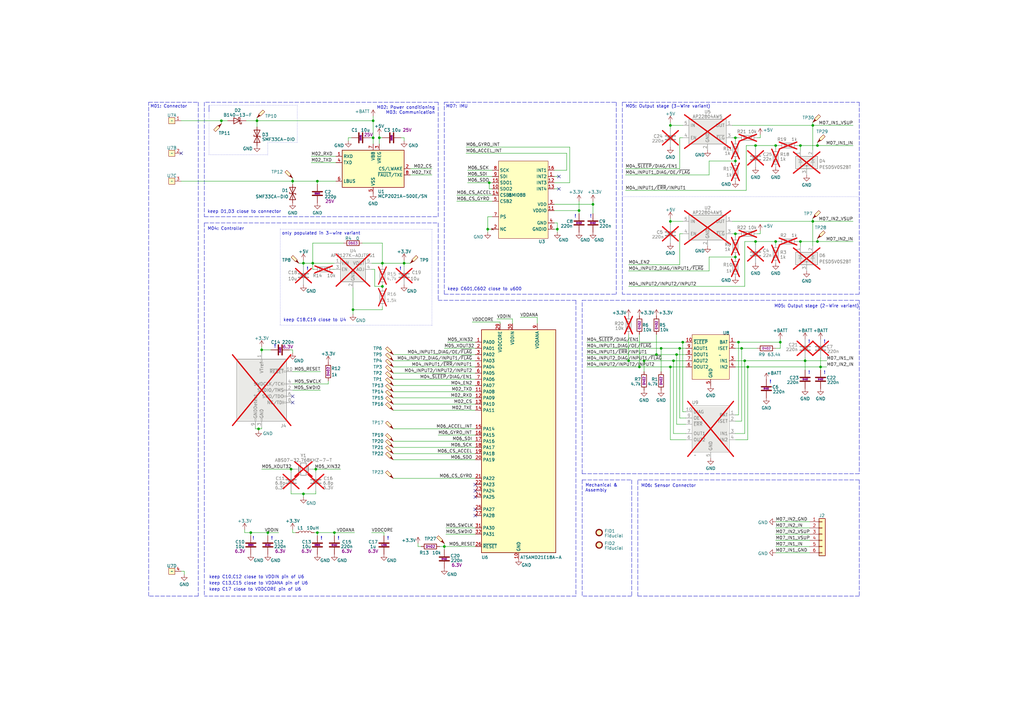
<source format=kicad_sch>
(kicad_sch (version 20230121) (generator eeschema)
  (paper "A3")
  (junction (at 320.04 140.335))
  (junction (at 277.495 145.415))
  (junction (at 304.165 142.875))
  (junction (at 144.78 127))
  (junction (at 276.225 147.955))
  (junction (at 336.55 150.495))
  (junction (at 301.625 56.515))
  (junction (at 335.28 99.06))
  (junction (at 318.135 59.69))
  (junction (at 90.805 49.53))
  (junction (at 328.295 59.69))
  (junction (at 200.66 74.93))
  (junction (at 105.41 49.53))
  (junction (at 269.24 145.415))
  (junction (at 318.135 99.06))
  (junction (at 120.015 74.295))
  (junction (at 257.81 147.955))
  (junction (at 237.49 86.36))
  (junction (at 333.375 90.805))
  (junction (at 130.175 218.44))
  (junction (at 278.765 142.875))
  (junction (at 301.625 105.41))
  (junction (at 333.375 51.435))
  (junction (at 182.245 224.155))
  (junction (at 156.845 117.475))
  (junction (at 153.035 56.515))
  (junction (at 102.87 218.44))
  (junction (at 274.955 90.805))
  (junction (at 243.205 83.82))
  (junction (at 328.295 99.06))
  (junction (at 301.625 66.04))
  (junction (at 280.035 140.335))
  (junction (at 302.895 140.335))
  (junction (at 165.735 107.95))
  (junction (at 106.045 175.895))
  (junction (at 330.2 147.955))
  (junction (at 107.315 143.51))
  (junction (at 274.955 51.435))
  (junction (at 124.46 202.565))
  (junction (at 124.46 107.95))
  (junction (at 306.705 150.495))
  (junction (at 129.54 192.405))
  (junction (at 309.88 99.06))
  (junction (at 153.035 49.53))
  (junction (at 128.27 107.95))
  (junction (at 156.845 107.95))
  (junction (at 271.145 142.875))
  (junction (at 155.575 56.515))
  (junction (at 274.955 150.495))
  (junction (at 309.88 59.69))
  (junction (at 109.855 218.44))
  (junction (at 200.025 93.98))
  (junction (at 301.625 95.885))
  (junction (at 130.175 74.295))
  (junction (at 305.435 147.955))
  (junction (at 262.255 150.495))
  (junction (at 335.28 59.69))
  (junction (at 119.38 192.405))
  (junction (at 137.16 218.44))
  (junction (at 228.6 93.98))
  (junction (at 264.16 147.955))
  (no_connect (at 194.945 208.915))
  (no_connect (at 74.295 62.865))
  (no_connect (at 120.015 165.1))
  (no_connect (at 229.235 72.39))
  (no_connect (at 229.235 77.47))
  (no_connect (at 194.945 203.835))
  (no_connect (at 120.015 162.56))
  (no_connect (at 194.945 201.295))
  (no_connect (at 194.945 211.455))
  (no_connect (at 194.945 198.755))
  (wire (pts (xy 301.625 95.885) (xy 302.895 95.885)))
  (wire (pts (xy 136.525 110.49) (xy 137.16 110.49)))
  (wire (pts (xy 336.55 146.685) (xy 336.55 150.495)))
  (wire (pts (xy 182.245 222.885) (xy 182.245 224.155)))
  (wire (pts (xy 328.295 59.69) (xy 328.295 61.595)))
  (wire (pts (xy 274.955 90.805) (xy 280.035 90.805)))
  (polyline (pts (xy 121.92 43.18) (xy 85.725 43.18)) (stroke (width 0) (type dot)))
  (polyline (pts (xy 182.245 120.65) (xy 252.73 120.65)) (stroke (width 0) (type dash)))
  (polyline (pts (xy 238.76 196.85) (xy 259.08 196.85)) (stroke (width 0) (type dash)))
  (wire (pts (xy 107.315 175.26) (xy 107.315 175.895)))
  (polyline (pts (xy 85.725 45.72) (xy 85.725 63.5)) (stroke (width 0) (type dot)))
  (wire (pts (xy 74.295 234.315) (xy 75.565 234.315)))
  (wire (pts (xy 161.29 158.115) (xy 194.945 158.115)))
  (wire (pts (xy 129.54 192.405) (xy 139.7 192.405)))
  (polyline (pts (xy 210.82 244.475) (xy 83.82 244.475)) (stroke (width 0) (type dash)))
  (wire (pts (xy 102.87 218.44) (xy 102.87 219.71)))
  (wire (pts (xy 128.27 192.405) (xy 129.54 192.405)))
  (wire (pts (xy 187.325 80.01) (xy 201.93 80.01)))
  (wire (pts (xy 301.625 66.04) (xy 301.625 66.675)))
  (wire (pts (xy 328.295 99.06) (xy 328.295 100.965)))
  (wire (pts (xy 109.855 218.44) (xy 109.855 219.71)))
  (wire (pts (xy 129.54 201.295) (xy 129.54 202.565)))
  (wire (pts (xy 161.29 168.275) (xy 194.945 168.275)))
  (wire (pts (xy 155.575 59.055) (xy 155.575 56.515)))
  (wire (pts (xy 333.375 51.435) (xy 333.375 61.595)))
  (wire (pts (xy 336.55 150.495) (xy 336.55 151.765)))
  (wire (pts (xy 257.81 111.125) (xy 290.83 111.125)))
  (wire (pts (xy 243.205 83.82) (xy 243.205 87.63)))
  (wire (pts (xy 165.735 107.95) (xy 165.735 109.22)))
  (polyline (pts (xy 259.08 196.85) (xy 259.08 244.475)) (stroke (width 0) (type dash)))
  (wire (pts (xy 301.625 172.72) (xy 304.165 172.72)))
  (wire (pts (xy 257.81 108.585) (xy 278.765 108.585)))
  (polyline (pts (xy 182.245 41.91) (xy 252.73 41.91)) (stroke (width 0) (type dash)))
  (wire (pts (xy 155.575 56.515) (xy 156.845 56.515)))
  (wire (pts (xy 300.355 95.885) (xy 301.625 95.885)))
  (wire (pts (xy 333.375 90.805) (xy 349.885 90.805)))
  (wire (pts (xy 156.845 99.695) (xy 156.845 107.95)))
  (wire (pts (xy 301.625 150.495) (xy 306.705 150.495)))
  (wire (pts (xy 310.515 142.875) (xy 304.165 142.875)))
  (wire (pts (xy 330.2 147.955) (xy 339.09 147.955)))
  (wire (pts (xy 90.805 49.53) (xy 93.345 49.53)))
  (wire (pts (xy 153.035 49.53) (xy 153.035 56.515)))
  (wire (pts (xy 161.29 150.495) (xy 194.945 150.495)))
  (polyline (pts (xy 236.22 244.475) (xy 210.82 244.475)) (stroke (width 0) (type dash)))
  (wire (pts (xy 278.765 56.515) (xy 278.765 69.215)))
  (wire (pts (xy 227.33 83.82) (xy 243.205 83.82)))
  (wire (pts (xy 182.88 216.535) (xy 194.945 216.535)))
  (wire (pts (xy 104.775 175.26) (xy 104.775 175.895)))
  (wire (pts (xy 180.34 224.155) (xy 182.245 224.155)))
  (wire (pts (xy 311.785 55.245) (xy 311.785 56.515)))
  (wire (pts (xy 200.66 74.93) (xy 201.93 74.93)))
  (wire (pts (xy 320.04 139.065) (xy 320.04 140.335)))
  (polyline (pts (xy 352.425 120.65) (xy 255.27 120.65)) (stroke (width 0) (type dash)))
  (wire (pts (xy 200.025 93.98) (xy 200.025 95.25)))
  (wire (pts (xy 120.015 157.48) (xy 134.62 157.48)))
  (wire (pts (xy 335.28 59.69) (xy 349.885 59.69)))
  (wire (pts (xy 200.025 88.9) (xy 200.025 93.98)))
  (wire (pts (xy 120.015 152.4) (xy 131.445 152.4)))
  (wire (pts (xy 276.225 147.955) (xy 264.16 147.955)))
  (wire (pts (xy 330.2 147.955) (xy 330.2 151.765)))
  (wire (pts (xy 240.665 140.335) (xy 280.035 140.335)))
  (wire (pts (xy 301.625 66.04) (xy 290.83 66.04)))
  (wire (pts (xy 128.27 107.95) (xy 128.27 110.49)))
  (wire (pts (xy 90.805 50.8) (xy 90.805 49.53)))
  (wire (pts (xy 119.38 192.405) (xy 119.38 193.675)))
  (wire (pts (xy 201.93 77.47) (xy 200.66 77.47)))
  (wire (pts (xy 156.845 125.73) (xy 156.845 127)))
  (wire (pts (xy 104.775 175.895) (xy 106.045 175.895)))
  (wire (pts (xy 182.88 219.075) (xy 194.945 219.075)))
  (wire (pts (xy 318.135 221.615) (xy 332.105 221.615)))
  (wire (pts (xy 161.29 153.035) (xy 194.945 153.035)))
  (wire (pts (xy 302.895 140.335) (xy 302.895 170.18)))
  (wire (pts (xy 309.88 59.69) (xy 318.135 59.69)))
  (wire (pts (xy 191.77 69.85) (xy 201.93 69.85)))
  (wire (pts (xy 300.355 90.805) (xy 333.375 90.805)))
  (wire (pts (xy 121.285 218.44) (xy 120.015 218.44)))
  (wire (pts (xy 278.765 56.515) (xy 280.035 56.515)))
  (wire (pts (xy 274.955 52.705) (xy 274.955 51.435)))
  (wire (pts (xy 122.555 107.95) (xy 124.46 107.95)))
  (wire (pts (xy 156.845 107.95) (xy 165.735 107.95)))
  (wire (pts (xy 301.625 147.955) (xy 305.435 147.955)))
  (wire (pts (xy 144.78 127) (xy 144.78 128.905)))
  (polyline (pts (xy 261.62 196.85) (xy 352.425 196.85)) (stroke (width 0) (type dash)))
  (polyline (pts (xy 255.27 41.91) (xy 255.27 120.65)) (stroke (width 0) (type dash)))
  (wire (pts (xy 171.45 224.155) (xy 172.72 224.155)))
  (wire (pts (xy 301.625 56.515) (xy 301.625 57.785)))
  (polyline (pts (xy 177.165 93.98) (xy 114.935 93.98)) (stroke (width 0) (type dot)))
  (wire (pts (xy 161.29 155.575) (xy 194.945 155.575)))
  (wire (pts (xy 301.625 105.41) (xy 290.83 105.41)))
  (polyline (pts (xy 238.76 196.85) (xy 238.76 244.475)) (stroke (width 0) (type dash)))
  (wire (pts (xy 128.905 110.49) (xy 128.27 110.49)))
  (wire (pts (xy 161.29 145.415) (xy 194.945 145.415)))
  (wire (pts (xy 100.33 218.44) (xy 102.87 218.44)))
  (wire (pts (xy 201.93 88.9) (xy 200.025 88.9)))
  (wire (pts (xy 310.515 56.515) (xy 311.785 56.515)))
  (polyline (pts (xy 255.27 41.91) (xy 352.425 41.91)) (stroke (width 0) (type dash)))
  (wire (pts (xy 300.355 51.435) (xy 333.375 51.435)))
  (polyline (pts (xy 352.425 41.91) (xy 352.425 120.65)) (stroke (width 0) (type dash)))
  (wire (pts (xy 128.27 99.695) (xy 128.27 107.95)))
  (wire (pts (xy 161.29 183.515) (xy 194.945 183.515)))
  (wire (pts (xy 75.565 234.315) (xy 75.565 235.585)))
  (wire (pts (xy 120.015 217.17) (xy 120.015 218.44)))
  (wire (pts (xy 228.6 93.98) (xy 228.6 95.25)))
  (wire (pts (xy 161.29 188.595) (xy 194.945 188.595)))
  (wire (pts (xy 227.33 86.36) (xy 237.49 86.36)))
  (wire (pts (xy 306.705 180.34) (xy 306.705 150.495)))
  (wire (pts (xy 281.305 171.45) (xy 278.765 171.45)))
  (wire (pts (xy 227.33 72.39) (xy 229.235 72.39)))
  (polyline (pts (xy 85.725 45.72) (xy 85.725 45.72)))
  (polyline (pts (xy 83.82 91.44) (xy 83.82 244.475)) (stroke (width 0) (type dash)))
  (wire (pts (xy 305.435 99.06) (xy 305.435 117.475)))
  (polyline (pts (xy 83.82 91.44) (xy 179.705 91.44)) (stroke (width 0) (type dash)))
  (wire (pts (xy 256.54 69.215) (xy 278.765 69.215)))
  (wire (pts (xy 137.16 219.71) (xy 137.16 218.44)))
  (wire (pts (xy 262.255 150.495) (xy 262.255 137.16)))
  (wire (pts (xy 301.625 65.405) (xy 301.625 66.04)))
  (polyline (pts (xy 83.82 41.91) (xy 83.82 88.9)) (stroke (width 0) (type dash)))
  (wire (pts (xy 153.035 49.53) (xy 153.035 47.625)))
  (wire (pts (xy 130.175 74.295) (xy 137.795 74.295)))
  (wire (pts (xy 107.315 142.24) (xy 107.315 143.51)))
  (polyline (pts (xy 114.935 133.35) (xy 177.165 133.35)) (stroke (width 0) (type dot)))
  (wire (pts (xy 130.175 218.44) (xy 130.175 219.71)))
  (wire (pts (xy 327.025 99.06) (xy 328.295 99.06)))
  (wire (pts (xy 274.955 180.34) (xy 274.955 150.495)))
  (wire (pts (xy 182.245 224.155) (xy 194.945 224.155)))
  (wire (pts (xy 309.88 99.06) (xy 305.435 99.06)))
  (polyline (pts (xy 85.725 43.18) (xy 85.725 45.72)))
  (wire (pts (xy 257.81 137.16) (xy 257.81 147.955)))
  (wire (pts (xy 156.845 107.95) (xy 156.845 109.22)))
  (wire (pts (xy 335.28 58.42) (xy 335.28 59.69)))
  (polyline (pts (xy 261.62 244.475) (xy 261.62 196.85)) (stroke (width 0) (type dash)))
  (wire (pts (xy 191.135 60.325) (xy 233.68 60.325)))
  (wire (pts (xy 274.955 92.075) (xy 274.955 90.805)))
  (wire (pts (xy 187.325 82.55) (xy 201.93 82.55)))
  (wire (pts (xy 161.29 165.735) (xy 194.945 165.735)))
  (wire (pts (xy 152.4 107.95) (xy 156.845 107.95)))
  (polyline (pts (xy 179.705 88.9) (xy 179.705 41.91)) (stroke (width 0) (type dash)))
  (wire (pts (xy 278.765 95.885) (xy 278.765 108.585)))
  (wire (pts (xy 301.625 95.885) (xy 301.625 97.155)))
  (wire (pts (xy 274.955 50.165) (xy 274.955 51.435)))
  (wire (pts (xy 277.495 145.415) (xy 269.24 145.415)))
  (wire (pts (xy 205.105 132.715) (xy 205.105 132.08)))
  (polyline (pts (xy 252.73 41.91) (xy 252.73 120.65)) (stroke (width 0) (type dash)))
  (wire (pts (xy 301.625 142.875) (xy 304.165 142.875)))
  (polyline (pts (xy 60.96 41.91) (xy 81.28 41.91)) (stroke (width 0) (type dash)))
  (polyline (pts (xy 109.855 58.42) (xy 121.92 58.42)) (stroke (width 0) (type dot)))
  (wire (pts (xy 301.625 180.34) (xy 306.705 180.34)))
  (wire (pts (xy 182.245 224.155) (xy 182.245 225.425)))
  (wire (pts (xy 129.54 192.405) (xy 129.54 193.675)))
  (wire (pts (xy 165.735 106.68) (xy 165.735 107.95)))
  (wire (pts (xy 106.045 175.895) (xy 106.045 176.53)))
  (wire (pts (xy 124.46 202.565) (xy 119.38 202.565)))
  (wire (pts (xy 264.16 147.955) (xy 264.16 152.4)))
  (wire (pts (xy 153.67 117.475) (xy 156.845 117.475)))
  (wire (pts (xy 318.135 224.155) (xy 332.105 224.155)))
  (wire (pts (xy 278.765 95.885) (xy 280.035 95.885)))
  (wire (pts (xy 281.305 173.99) (xy 277.495 173.99)))
  (wire (pts (xy 165.735 56.515) (xy 165.735 57.785)))
  (wire (pts (xy 301.625 56.515) (xy 302.895 56.515)))
  (wire (pts (xy 333.375 50.165) (xy 333.375 51.435)))
  (wire (pts (xy 274.955 51.435) (xy 280.035 51.435)))
  (wire (pts (xy 269.24 145.415) (xy 269.24 137.16)))
  (wire (pts (xy 301.625 177.8) (xy 305.435 177.8)))
  (wire (pts (xy 310.515 95.885) (xy 311.785 95.885)))
  (wire (pts (xy 151.765 56.515) (xy 153.035 56.515)))
  (wire (pts (xy 333.375 51.435) (xy 349.885 51.435)))
  (wire (pts (xy 191.135 62.865) (xy 232.41 62.865)))
  (wire (pts (xy 140.97 99.695) (xy 128.27 99.695)))
  (wire (pts (xy 305.435 147.955) (xy 330.2 147.955)))
  (wire (pts (xy 168.275 71.755) (xy 177.165 71.755)))
  (wire (pts (xy 278.765 142.875) (xy 271.145 142.875)))
  (wire (pts (xy 161.29 196.215) (xy 194.945 196.215)))
  (wire (pts (xy 107.315 143.51) (xy 107.315 144.78)))
  (polyline (pts (xy 255.27 80.645) (xy 352.425 80.645)) (stroke (width 0) (type dot)))
  (wire (pts (xy 233.68 74.93) (xy 233.68 60.325)))
  (polyline (pts (xy 238.76 194.31) (xy 238.76 123.19)) (stroke (width 0) (type dash)))
  (wire (pts (xy 327.025 59.69) (xy 328.295 59.69)))
  (wire (pts (xy 200.66 74.93) (xy 200.66 77.47)))
  (wire (pts (xy 305.435 177.8) (xy 305.435 147.955)))
  (polyline (pts (xy 114.935 93.98) (xy 114.935 133.35)) (stroke (width 0) (type dot)))
  (wire (pts (xy 106.045 175.895) (xy 107.315 175.895)))
  (wire (pts (xy 328.295 59.69) (xy 335.28 59.69)))
  (wire (pts (xy 74.295 49.53) (xy 90.805 49.53)))
  (polyline (pts (xy 352.425 123.19) (xy 352.425 194.31)) (stroke (width 0) (type dash)))
  (wire (pts (xy 120.015 73.025) (xy 120.015 74.295)))
  (wire (pts (xy 144.78 127) (xy 156.845 127)))
  (polyline (pts (xy 81.28 41.91) (xy 81.28 244.475)) (stroke (width 0) (type dash)))
  (wire (pts (xy 278.765 171.45) (xy 278.765 142.875)))
  (wire (pts (xy 130.175 75.565) (xy 130.175 74.295)))
  (wire (pts (xy 120.015 74.295) (xy 120.015 75.565)))
  (polyline (pts (xy 85.725 63.5) (xy 109.855 63.5)) (stroke (width 0) (type dot)))
  (wire (pts (xy 318.135 59.69) (xy 319.405 59.69)))
  (wire (pts (xy 124.46 202.565) (xy 124.46 203.835)))
  (wire (pts (xy 161.29 180.975) (xy 194.945 180.975)))
  (wire (pts (xy 144.145 56.515) (xy 142.875 56.515)))
  (wire (pts (xy 155.575 55.245) (xy 155.575 56.515)))
  (wire (pts (xy 164.465 56.515) (xy 165.735 56.515)))
  (wire (pts (xy 120.65 192.405) (xy 119.38 192.405)))
  (wire (pts (xy 281.305 142.875) (xy 278.765 142.875)))
  (polyline (pts (xy 60.96 244.475) (xy 60.96 41.91)) (stroke (width 0) (type dash)))
  (wire (pts (xy 200.025 93.98) (xy 201.93 93.98)))
  (wire (pts (xy 309.88 100.33) (xy 309.88 99.06)))
  (wire (pts (xy 203.835 130.81) (xy 210.185 130.81)))
  (polyline (pts (xy 109.855 63.5) (xy 109.855 58.42)) (stroke (width 0) (type dot)))
  (polyline (pts (xy 179.705 91.44) (xy 179.705 123.19)) (stroke (width 0) (type dash)))
  (wire (pts (xy 210.185 130.81) (xy 210.185 132.715)))
  (wire (pts (xy 102.87 218.44) (xy 109.855 218.44)))
  (wire (pts (xy 120.015 160.02) (xy 131.445 160.02)))
  (wire (pts (xy 318.135 226.695) (xy 332.105 226.695)))
  (wire (pts (xy 309.88 99.06) (xy 318.135 99.06)))
  (polyline (pts (xy 177.165 133.35) (xy 177.165 93.98)) (stroke (width 0) (type dot)))
  (wire (pts (xy 161.29 147.955) (xy 194.945 147.955)))
  (wire (pts (xy 227.33 91.44) (xy 228.6 91.44)))
  (wire (pts (xy 129.54 202.565) (xy 124.46 202.565)))
  (polyline (pts (xy 236.22 123.19) (xy 236.22 244.475)) (stroke (width 0) (type dash)))
  (wire (pts (xy 237.49 82.55) (xy 237.49 86.36)))
  (wire (pts (xy 318.135 216.535) (xy 332.105 216.535)))
  (wire (pts (xy 333.375 90.805) (xy 333.375 100.965)))
  (wire (pts (xy 277.495 173.99) (xy 277.495 145.415)))
  (wire (pts (xy 257.81 117.475) (xy 305.435 117.475)))
  (polyline (pts (xy 238.76 123.19) (xy 352.425 123.19)) (stroke (width 0) (type dash)))
  (wire (pts (xy 309.88 59.69) (xy 306.07 59.69)))
  (wire (pts (xy 256.54 78.105) (xy 306.07 78.105)))
  (wire (pts (xy 193.675 132.08) (xy 205.105 132.08)))
  (wire (pts (xy 318.135 59.69) (xy 318.135 60.96)))
  (wire (pts (xy 165.735 107.95) (xy 168.275 107.95)))
  (wire (pts (xy 243.205 82.55) (xy 243.205 83.82)))
  (wire (pts (xy 168.275 69.215) (xy 177.165 69.215)))
  (wire (pts (xy 127.635 64.135) (xy 137.795 64.135)))
  (wire (pts (xy 281.305 145.415) (xy 277.495 145.415)))
  (wire (pts (xy 280.035 140.335) (xy 281.305 140.335)))
  (wire (pts (xy 118.745 143.51) (xy 120.015 143.51)))
  (wire (pts (xy 240.665 145.415) (xy 269.24 145.415)))
  (wire (pts (xy 333.375 89.535) (xy 333.375 90.805)))
  (wire (pts (xy 182.245 142.875) (xy 194.945 142.875)))
  (polyline (pts (xy 83.82 88.9) (xy 179.705 88.9)) (stroke (width 0) (type dash)))
  (wire (pts (xy 142.875 56.515) (xy 142.875 57.785)))
  (wire (pts (xy 300.355 56.515) (xy 301.625 56.515)))
  (wire (pts (xy 228.6 91.44) (xy 228.6 93.98)))
  (wire (pts (xy 320.04 140.335) (xy 320.04 142.875)))
  (wire (pts (xy 302.895 140.335) (xy 320.04 140.335)))
  (wire (pts (xy 301.625 105.41) (xy 301.625 106.045)))
  (polyline (pts (xy 352.425 244.475) (xy 261.62 244.475)) (stroke (width 0) (type dash)))
  (wire (pts (xy 128.905 218.44) (xy 130.175 218.44)))
  (wire (pts (xy 74.295 74.295) (xy 120.015 74.295)))
  (wire (pts (xy 161.29 186.055) (xy 194.945 186.055)))
  (wire (pts (xy 119.38 201.295) (xy 119.38 202.565)))
  (wire (pts (xy 281.305 147.955) (xy 276.225 147.955)))
  (wire (pts (xy 274.955 89.535) (xy 274.955 90.805)))
  (wire (pts (xy 318.135 99.06) (xy 318.135 100.33)))
  (wire (pts (xy 120.015 74.295) (xy 130.175 74.295)))
  (wire (pts (xy 237.49 87.63) (xy 237.49 86.36)))
  (wire (pts (xy 183.515 140.335) (xy 194.945 140.335)))
  (wire (pts (xy 280.035 168.91) (xy 280.035 140.335)))
  (wire (pts (xy 171.45 222.885) (xy 171.45 224.155)))
  (wire (pts (xy 161.29 160.655) (xy 194.945 160.655)))
  (wire (pts (xy 306.07 59.69) (xy 306.07 78.105)))
  (wire (pts (xy 179.705 178.435) (xy 194.945 178.435)))
  (wire (pts (xy 152.4 110.49) (xy 153.67 110.49)))
  (wire (pts (xy 124.46 107.95) (xy 124.46 109.22)))
  (wire (pts (xy 153.67 110.49) (xy 153.67 117.475)))
  (wire (pts (xy 306.705 150.495) (xy 336.55 150.495)))
  (wire (pts (xy 120.015 143.51) (xy 120.015 144.78)))
  (wire (pts (xy 144.78 118.11) (xy 144.78 127)))
  (wire (pts (xy 232.41 69.85) (xy 232.41 62.865)))
  (wire (pts (xy 227.33 93.98) (xy 228.6 93.98)))
  (wire (pts (xy 301.625 104.775) (xy 301.625 105.41)))
  (wire (pts (xy 107.315 192.405) (xy 119.38 192.405)))
  (wire (pts (xy 256.54 71.755) (xy 290.83 71.755)))
  (polyline (pts (xy 121.92 58.42) (xy 121.92 43.18)) (stroke (width 0) (type dot)))
  (wire (pts (xy 227.33 77.47) (xy 229.235 77.47)))
  (wire (pts (xy 290.83 105.41) (xy 290.83 111.125)))
  (wire (pts (xy 100.33 217.17) (xy 100.33 218.44)))
  (wire (pts (xy 124.46 106.68) (xy 124.46 107.95)))
  (wire (pts (xy 318.135 219.075) (xy 332.105 219.075)))
  (wire (pts (xy 156.845 117.475) (xy 156.845 118.11)))
  (wire (pts (xy 290.83 66.04) (xy 290.83 71.755)))
  (polyline (pts (xy 352.425 194.31) (xy 238.76 194.31)) (stroke (width 0) (type dash)))
  (wire (pts (xy 281.305 168.91) (xy 280.035 168.91)))
  (polyline (pts (xy 259.08 244.475) (xy 238.76 244.475)) (stroke (width 0) (type dash)))
  (wire (pts (xy 281.305 177.8) (xy 276.225 177.8)))
  (wire (pts (xy 276.225 177.8) (xy 276.225 147.955)))
  (wire (pts (xy 301.625 140.335) (xy 302.895 140.335)))
  (wire (pts (xy 137.16 218.44) (xy 145.415 218.44)))
  (wire (pts (xy 274.955 150.495) (xy 262.255 150.495)))
  (wire (pts (xy 240.665 150.495) (xy 262.255 150.495)))
  (wire (pts (xy 339.09 150.495) (xy 336.55 150.495)))
  (polyline (pts (xy 81.28 244.475) (xy 60.96 244.475)) (stroke (width 0) (type dash)))
  (wire (pts (xy 301.625 170.18) (xy 302.895 170.18)))
  (wire (pts (xy 156.845 116.84) (xy 156.845 117.475)))
  (wire (pts (xy 281.305 180.34) (xy 274.955 180.34)))
  (wire (pts (xy 107.315 143.51) (xy 111.125 143.51)))
  (wire (pts (xy 191.77 74.93) (xy 200.66 74.93)))
  (wire (pts (xy 105.41 48.26) (xy 105.41 49.53)))
  (wire (pts (xy 137.16 107.95) (xy 128.27 107.95)))
  (polyline (pts (xy 352.425 196.85) (xy 352.425 244.475)) (stroke (width 0) (type dash)))
  (wire (pts (xy 100.965 49.53) (xy 105.41 49.53)))
  (wire (pts (xy 220.345 130.175) (xy 213.36 130.175)))
  (wire (pts (xy 105.41 49.53) (xy 153.035 49.53)))
  (polyline (pts (xy 179.705 41.91) (xy 83.82 41.91)) (stroke (width 0) (type dash)))
  (wire (pts (xy 148.59 99.695) (xy 156.845 99.695)))
  (wire (pts (xy 128.27 107.95) (xy 124.46 107.95)))
  (polyline (pts (xy 179.705 123.19) (xy 236.22 123.19)) (stroke (width 0) (type dash)))
  (wire (pts (xy 220.345 132.715) (xy 220.345 130.175)))
  (wire (pts (xy 240.665 142.875) (xy 271.145 142.875)))
  (polyline (pts (xy 182.245 120.65) (xy 182.245 41.91)) (stroke (width 0) (type dash)))
  (wire (pts (xy 161.29 163.195) (xy 194.945 163.195)))
  (wire (pts (xy 257.81 147.955) (xy 264.16 147.955)))
  (wire (pts (xy 309.88 60.96) (xy 309.88 59.69)))
  (wire (pts (xy 134.62 156.21) (xy 134.62 157.48)))
  (wire (pts (xy 153.035 56.515) (xy 153.035 59.055)))
  (wire (pts (xy 152.4 218.44) (xy 157.48 218.44)))
  (wire (pts (xy 109.855 218.44) (xy 114.3 218.44)))
  (wire (pts (xy 311.785 94.615) (xy 311.785 95.885)))
  (wire (pts (xy 271.145 142.875) (xy 271.145 152.4)))
  (wire (pts (xy 335.28 97.79) (xy 335.28 99.06)))
  (wire (pts (xy 127.635 66.675) (xy 137.795 66.675)))
  (wire (pts (xy 161.29 175.895) (xy 194.945 175.895)))
  (wire (pts (xy 105.41 49.53) (xy 105.41 52.07)))
  (wire (pts (xy 330.2 146.685) (xy 330.2 147.955)))
  (wire (pts (xy 191.77 72.39) (xy 201.93 72.39)))
  (wire (pts (xy 157.48 219.71) (xy 157.48 218.44)))
  (wire (pts (xy 328.295 99.06) (xy 335.28 99.06)))
  (wire (pts (xy 335.28 99.06) (xy 349.885 99.06)))
  (wire (pts (xy 318.135 213.995) (xy 332.105 213.995)))
  (wire (pts (xy 130.175 218.44) (xy 137.16 218.44)))
  (wire (pts (xy 240.665 147.955) (xy 257.81 147.955)))
  (wire (pts (xy 304.165 172.72) (xy 304.165 142.875)))
  (wire (pts (xy 227.33 69.85) (xy 232.41 69.85)))
  (wire (pts (xy 227.33 74.93) (xy 233.68 74.93)))
  (wire (pts (xy 281.305 150.495) (xy 274.955 150.495)))
  (wire (pts (xy 318.135 99.06) (xy 319.405 99.06)))
  (wire (pts (xy 318.135 142.875) (xy 320.04 142.875)))
  (text "!" (at 112.395 142.875 0) (effects (font (size 1.27 1.27)) (justify left bottom)))
  (text "only populated in 3-wire variant" (at 115.57 96.52 0) (effects (font (size 1.27 1.27)) (justify left bottom)))
  (text "keep C18,C19 close to U4" (at 116.205 132.08 0) (effects (font (size 1.27 1.27)) (justify left bottom)))
  (text "!" (at 337.82 153.67 0) (effects (font (size 1.27 1.27)) (justify left bottom)))
  (text "!" (at 315.595 157.48 0) (effects (font (size 1.27 1.27)) (justify left bottom)))
  (text "keep C17 close to VDDCORE pin of U6" (at 85.725 242.57 0) (effects (font (size 1.27 1.27)) (justify left bottom)))
  (text "!" (at 125.73 111.125 0) (effects (font (size 1.27 1.27)) (justify left bottom)))
  (text "!" (at 138.43 221.615 0) (effects (font (size 1.27 1.27)) (justify left bottom)))
  (text "Mechanical &\nAssembly" (at 240.03 201.93 0) (effects (font (size 1.27 1.27)) (justify left bottom)))
  (text "!" (at 241.935 89.535 0) (effects (font (size 1.27 1.27)) (justify left bottom)))
  (text "!" (at 158.75 221.615 0) (effects (font (size 1.27 1.27)) (justify left bottom)))
  (text "!" (at 111.125 221.615 0) (effects (font (size 1.27 1.27)) (justify left bottom)))
  (text "M05: Output stage (2-Wire variant)" (at 317.5 126.365 0) (effects (font (size 1.27 1.27)) (justify left bottom)))
  (text "!" (at 337.82 140.97 0) (effects (font (size 1.27 1.27)) (justify left bottom)))
  (text "keep C10,C12 close to VDDIN pin of U6" (at 85.725 237.49 0) (effects (font (size 1.27 1.27)) (justify left bottom)))
  (text "M02: Power conditioning\nM03: Communication" (at 178.435 46.99 0) (effects (font (size 1.27 1.27)) (justify right bottom)))
  (text "M07: IMU" (at 182.88 44.45 0) (effects (font (size 1.27 1.27)) (justify left bottom)))
  (text "M05: Output stage (3-Wire variant)" (at 256.54 44.45 0) (effects (font (size 1.27 1.27)) (justify left bottom)))
  (text "M04: Controller" (at 85.09 94.615 0) (effects (font (size 1.27 1.27)) (justify left bottom)))
  (text "!" (at 131.445 221.615 0) (effects (font (size 1.27 1.27)) (justify left bottom)))
  (text "!" (at 103.505 221.615 0) (effects (font (size 1.27 1.27)) (justify left bottom)))
  (text "!" (at 331.47 153.67 0) (effects (font (size 1.27 1.27)) (justify left bottom)))
  (text "!" (at 235.585 89.535 0) (effects (font (size 1.27 1.27)) (justify left bottom)))
  (text "!" (at 163.83 111.125 0) (effects (font (size 1.27 1.27)) (justify left bottom)))
  (text "keep D1,D3 close to connector" (at 85.09 87.63 0) (effects (font (size 1.27 1.27)) (justify left bottom)))
  (text "!" (at 331.47 140.97 0) (effects (font (size 1.27 1.27)) (justify left bottom)))
  (text "M01: Connector" (at 61.595 44.45 0) (effects (font (size 1.27 1.27)) (justify left bottom)))
  (text "keep C601,C602 close to u600" (at 183.515 119.38 0) (effects (font (size 1.27 1.27)) (justify left bottom)))
  (text "keep C13,C15 close to VDDANA pin of U6" (at 85.725 240.03 0) (effects (font (size 1.27 1.27)) (justify left bottom)))
  (text "M06: Sensor Connector" (at 262.89 200.025 0) (effects (font (size 1.27 1.27)) (justify left bottom)))
  (label "M07_IN2_VSUP" (at 318.135 219.075 0))
  (label "M06_CS_ACCEL" (at 187.325 80.01 0))
  (label "M06_SDI" (at 193.675 180.975 180))
  (label "M04_EN2" (at 193.675 158.115 180))
  (label "M05_RESET" (at 131.445 152.4 180))
  (label "M06_SCK" (at 193.675 183.515 180))
  (label "M05_XOUT32" (at 107.315 192.405 0))
  (label "M05_SWCLK" (at 182.88 216.535 0))
  (label "M04_~{SLEEP}{slash}DIAG{slash}EN1" (at 193.675 155.575 180))
  (label "VDDIN" (at 114.3 218.44 180))
  (label "M07_IN2_GND" (at 318.135 213.995 0))
  (label "M04_INPUT2_DIAG{slash}INPUT1{slash}~{FLAG}" (at 257.81 111.125 0))
  (label "M02_TXE" (at 177.165 71.755 180))
  (label "M07_IN2_VSUP" (at 349.885 90.805 180))
  (label "M05_SWDIO" (at 131.445 160.02 180))
  (label "M02_TXD" (at 127.635 66.675 0))
  (label "M06_ACCEL_INT" (at 193.675 175.895 180))
  (label "M04_INPUT1{slash}~{ERR}{slash}INPUT1" (at 240.665 145.415 0))
  (label "M04_INPUT1{slash}~{ERR}{slash}INPUT1" (at 193.675 150.495 180))
  (label "M07_IN2_IN" (at 349.885 99.06 180))
  (label "M07_IN1_IN" (at 339.09 147.955 0))
  (label "M05_RESET" (at 184.15 224.155 0))
  (label "M02_TXE" (at 193.675 168.275 180))
  (label "M06_SCK" (at 191.77 69.85 0))
  (label "M04_INPUT1{slash}~{ERR}{slash}INPUT1" (at 256.54 78.105 0))
  (label "M04_~{SLEEP}{slash}DIAG{slash}EN1" (at 240.665 140.335 0))
  (label "VDDANA" (at 213.36 130.175 0))
  (label "M07_IN1_VSUP" (at 349.885 51.435 180))
  (label "M06_CS_GYRO" (at 193.675 196.215 180))
  (label "M04_INPUT2_DIAG{slash}INPUT1{slash}~{FLAG}" (at 193.675 147.955 180))
  (label "M07_IN1_IN" (at 349.885 59.69 180))
  (label "M04_INPUT2_DIAG{slash}INPUT1{slash}~{FLAG}" (at 240.665 147.955 0))
  (label "M02_TXD" (at 193.675 160.655 180))
  (label "M06_SDO" (at 191.77 74.93 0))
  (label "M02_CS" (at 193.675 165.735 180))
  (label "M07_IN2_IN" (at 339.09 150.495 0))
  (label "VDDANA" (at 145.415 218.44 180))
  (label "M06_SDI" (at 191.77 72.39 0))
  (label "M02_CS" (at 177.165 69.215 180))
  (label "M04_INPUT1_DIAG{slash}OE{slash}~{FLAG}" (at 240.665 142.875 0))
  (label "M04_INPUT2{slash}INPUT2{slash}INPUT2" (at 193.675 153.035 180))
  (label "M05_XOUT32" (at 182.245 142.875 0))
  (label "VDDIN" (at 203.835 130.81 0))
  (label "M06_ACCEL_INT" (at 191.135 62.865 0))
  (label "M07_IN1_VSUP" (at 318.135 221.615 0))
  (label "M04_INPUT1_DIAG{slash}OE{slash}~{FLAG}" (at 193.675 145.415 180))
  (label "M05_XIN32" (at 139.7 192.405 180))
  (label "VDDCORE" (at 193.675 132.08 0))
  (label "M04_INPUT1_DIAG{slash}OE{slash}~{FLAG}" (at 256.54 71.755 0))
  (label "M04_INPUT2{slash}INPUT2{slash}INPUT2" (at 240.665 150.495 0))
  (label "M06_GYRO_INT" (at 191.135 60.325 0))
  (label "M05_XIN32" (at 183.515 140.335 0))
  (label "M06_CS_ACCEL" (at 193.675 186.055 180))
  (label "M05_SWCLK" (at 120.65 157.48 0))
  (label "M06_SDO" (at 193.675 188.595 180))
  (label "M07_IN2_IN" (at 318.135 216.535 0))
  (label "M06_GYRO_INT" (at 179.705 178.435 0))
  (label "M06_CS_GYRO" (at 187.325 82.55 0))
  (label "M02_RXD" (at 127.635 64.135 0))
  (label "VDDCORE" (at 152.4 218.44 0))
  (label "M07_IN1_GND" (at 318.135 226.695 0))
  (label "M04_INPUT2{slash}INPUT2{slash}INPUT2" (at 257.81 117.475 0))
  (label "M07_IN1_IN" (at 318.135 224.155 0))
  (label "M05_SWDIO" (at 182.88 219.075 0))
  (label "M04_~{SLEEP}{slash}DIAG{slash}EN1" (at 256.54 69.215 0))
  (label "M02_RXD" (at 193.675 163.195 180))
  (label "M04_EN2" (at 257.81 108.585 0))
  (symbol (lib_id "Connector:TestPoint_Probe") (at 335.28 97.79 0) (unit 1)
    (property "Reference" "TP28" (at 336.55 93.345 0))
    (property "Value" "O4" (effects hide))
    (property "Footprint" "TestPoint:TestPoint_Pad_1.0x1.0mm" (effects hide))
  )
  (symbol (lib_id "local_symbols:MAX9921") (at 291.465 176.53 0) (mirror y) (unit 1) (on_board no) (dnp yes)
    (property "Reference" "U9" (at 285.115 165.1 0))
    (property "Value" "~" (at 285.115 186.69 0))
    (property "Footprint" "Package_SO:MSOP-10_3x3mm_P0.5mm" (effects hide))
  )
  (symbol (lib_id "power:GND") (at 318.135 68.58 0) (unit 1)
    (property "Reference" "#PWR062" (effects hide))
    (property "Value" "GND" (at 318.135 72.7155 0))
  )
  (symbol (lib_id "power:GND") (at 271.145 160.02 0) (mirror y) (unit 1)
    (property "Reference" "#PWR052" (effects hide))
    (property "Value" "GND" (at 271.145 164.1555 0))
  )
  (symbol (lib_id "Device:C") (at 124.46 113.03 180) (unit 1) (dnp yes)
    (property "Reference" "C18" (at 120.015 111.76 0))
    (property "Value" "10u" (at 120.015 114.3 0))
    (property "Footprint" "Capacitor_SMD:C_0805_2012Metric" (effects hide))
    (property "Size" "0805" (at 124.46 113.03 0) (effects (font (size 0.6 0.6))))
  )
  (symbol (lib_id "Device:R") (at 156.845 121.92 180) (unit 1) (dnp yes)
    (property "Reference" "R16" (at 160.655 120.65 0))
    (property "Value" "1.5k" (at 160.655 123.19 0))
    (property "Footprint" "Resistor_SMD:R_0402_1005Metric" (effects hide))
    (property "Size" "0402" (at 156.845 121.92 90) (effects (font (size 1 1))))
  )
  (symbol (lib_id "power:+3.3V") (at 100.33 217.17 0) (mirror y) (unit 1)
    (property "Reference" "#PWR029" (effects hide))
    (property "Value" "+3.3V" (at 100.33 213.6681 0))
  )
  (symbol (lib_id "power:+3.3V") (at 269.24 129.54 0) (unit 1)
    (property "Reference" "#PWR018" (effects hide))
    (property "Value" "+3.3V" (at 273.05 128.27 0))
  )
  (symbol (lib_id "power:GND") (at 318.135 226.695 270) (unit 1)
    (property "Reference" "#PWR056" (effects hide))
    (property "Value" "GND" (at 314.9601 227.0118 90) (effects (justify right)))
  )
  (symbol (lib_id "Device:R") (at 176.53 224.155 90) (unit 1)
    (property "Reference" "R13" (at 173.99 226.695 90))
    (property "Value" "10k" (at 179.07 226.695 90))
    (property "Footprint" "Resistor_SMD:R_0402_1005Metric" (effects hide))
    (property "Size" "0402" (at 176.53 224.155 90) (effects (font (size 1 1))))
  )
  (symbol (lib_id "Device:R") (at 323.215 99.06 90) (unit 1) (dnp yes)
    (property "Reference" "R2" (at 321.31 96.52 90))
    (property "Value" "1k" (at 325.755 96.52 90))
    (property "Footprint" "Resistor_SMD:R_0402_1005Metric" (effects hide))
    (property "Size" "0402" (at 323.215 99.06 90) (effects (font (size 0.9144 0.9144))))
  )
  (symbol (lib_id "Connector:TestPoint_Probe") (at 122.555 107.95 90) (unit 1)
    (property "Reference" "TP8" (at 117.475 106.68 90))
    (property "Value" "P1" (effects hide))
    (property "Footprint" "TestPoint:TestPoint_Pad_1.0x1.0mm" (effects hide))
  )
  (symbol (lib_id "Device:L") (at 125.095 218.44 90) (unit 1)
    (property "Reference" "L1" (at 123.19 216.535 90))
    (property "Value" "10uH" (at 128.27 216.535 90))
    (property "Footprint" "Inductor_SMD:L_0805_2012Metric" (effects hide))
  )
  (symbol (lib_id "Connector:TestPoint_Probe") (at 161.29 155.575 90) (unit 1)
    (property "Reference" "TP2" (at 154.94 153.035 90))
    (property "Value" "O6" (effects hide))
    (property "Footprint" "TestPoint:TestPoint_Pad_1.0x1.0mm" (effects hide))
  )
  (symbol (lib_id "Device:C") (at 309.88 104.14 180) (unit 1) (dnp yes)
    (property "Reference" "C4" (at 312.801 102.8148 0) (effects (justify right)))
    (property "Value" "22n" (at 312.801 104.7358 0) (effects (justify right)))
    (property "Footprint" "Capacitor_SMD:C_0603_1608Metric" (effects hide))
    (property "Size" "0402" (at 308.61 104.14 0) (effects (font (size 0.5842 0.5842)) (justify right)))
  )
  (symbol (lib_id "power:GND") (at 274.955 60.325 0) (unit 1)
    (property "Reference" "#PWR058" (effects hide))
    (property "Value" "GND" (at 274.955 64.4605 0))
  )
  (symbol (lib_id "Device:Crystal") (at 124.46 192.405 0) (unit 1) (dnp yes)
    (property "Reference" "Y1" (at 124.46 186.8297 0))
    (property "Value" "ABS07-32.768KHZ-7-T" (at 124.46 188.7507 0))
    (property "Footprint" "Crystal:Crystal_SMD_3215-2Pin_3.2x1.5mm" (effects hide))
  )
  (symbol (lib_id "power:GND") (at 137.16 227.33 0) (unit 1)
    (property "Reference" "#PWR037" (effects hide))
    (property "Value" "GND" (at 140.335 229.87 0))
  )
  (symbol (lib_id "Connector:TestPoint_Probe") (at 182.245 222.885 90) (unit 1)
    (property "Reference" "TP27" (at 176.53 220.98 90))
    (property "Value" "M1" (effects hide))
    (property "Footprint" "TestPoint:TestPoint_Pad_1.0x1.0mm" (effects hide))
  )
  (symbol (lib_id "power:GND") (at 301.625 74.295 0) (unit 1)
    (property "Reference" "#PWR060" (effects hide))
    (property "Value" "GND" (at 297.815 75.565 0))
  )
  (symbol (lib_id "power:GND") (at 130.175 83.185 0) (unit 1)
    (property "Reference" "#PWR02" (effects hide))
    (property "Value" "GND" (at 130.175 87.3205 0))
  )
  (symbol (lib_id "Device:R") (at 132.715 110.49 90) (unit 1) (dnp yes)
    (property "Reference" "R14" (at 130.175 113.03 90))
    (property "Value" "10k" (at 135.89 113.03 90))
    (property "Footprint" "Resistor_SMD:R_0402_1005Metric" (effects hide))
    (property "Size" "0402" (at 132.715 110.49 90) (effects (font (size 1 1))))
  )
  (symbol (lib_id "local_symbols:ECU_Connector") (at 70.485 234.315 0) (unit 4)
    (property "Reference" "U7" (at 70.485 232.0831 0))
    (property "Value" "~" (at 70.485 234.315 0))
    (property "Footprint" "local_footprints:SMD_4PIN" (effects hide))
  )
  (symbol (lib_id "Device:C") (at 274.955 95.885 180) (unit 1) (dnp yes)
    (property "Reference" "C5" (at 269.24 95.25 0) (effects (justify right)))
    (property "Value" "220n" (at 267.335 97.155 0) (effects (justify right)))
    (property "Footprint" "Capacitor_SMD:C_0402_1005Metric" (effects hide))
    (property "Size" "0402" (at 274.955 95.885 0) (effects (font (size 0.5842 0.5842))))
  )
  (symbol (lib_id "power:GND") (at 228.6 95.25 0) (unit 1)
    (property "Reference" "#PWR024" (effects hide))
    (property "Value" "GND" (at 231.14 98.425 0))
  )
  (symbol (lib_id "local_symbols:BMI088") (at 214.63 81.28 0) (unit 1)
    (property "Reference" "U3" (at 222.25 99.06 0))
    (property "Value" "BMI088" (at 212.09 80.01 0))
    (property "Footprint" "local_footprints:Bosch_LGA16" (effects hide))
    (property "Datasheet" "../docs/datasheets/BMI088.pdf" (effects hide))
  )
  (symbol (lib_id "Device:C") (at 243.205 91.44 0) (unit 1)
    (property "Reference" "C9" (at 247.015 90.805 0))
    (property "Value" "220n" (at 248.285 92.71 0))
    (property "Footprint" "Capacitor_SMD:C_0402_1005Metric" (effects hide))
    (property "Size" "0402" (at 243.205 91.44 0) (effects (font (size 0.6 0.6))))
  )
  (symbol (lib_id "Connector:TestPoint_Probe") (at 161.29 183.515 90) (unit 1)
    (property "Reference" "TP20" (at 154.94 180.975 90))
    (property "Value" "S4" (effects hide))
    (property "Footprint" "TestPoint:TestPoint_Pad_1.0x1.0mm" (effects hide))
  )
  (symbol (lib_id "Power_Management:AP22804AW5") (at 290.195 53.975 0) (unit 1) (dnp yes)
    (property "Reference" "U5" (at 290.195 45.8851 0))
    (property "Value" "AP22804AW5" (at 290.195 47.8061 0))
    (property "Footprint" "Package_TO_SOT_SMD:SOT-23-5" (effects hide))
    (property "Datasheet" "https://www.diodes.com/assets/Datasheets/AP22804_14.pdf" (effects hide))
  )
  (symbol (lib_id "power:GND") (at 301.625 113.665 0) (unit 1)
    (property "Reference" "#PWR011" (effects hide))
    (property "Value" "GND" (at 297.815 114.935 0))
  )
  (symbol (lib_id "power:GND") (at 102.87 227.33 0) (unit 1)
    (property "Reference" "#PWR031" (effects hide))
    (property "Value" "GND" (at 106.045 229.87 0))
  )
  (symbol (lib_id "MCU_Microchip_SAMD:ATSAMD21E18A-A") (at 212.725 180.975 0) (unit 1)
    (property "Reference" "U6" (at 197.485 228.6 0) (effects (justify left)))
    (property "Value" "ATSAMD21E18A-A" (at 213.36 228.6 0) (effects (justify left)))
    (property "Footprint" "Package_QFP:TQFP-32_7x7mm_P0.8mm" (effects hide))
    (property "Datasheet" "../docs/datasheets/SAM-D21-DA1-Family-Data-Sheet-DS40001882H.pdf" (effects hide))
  )
  (symbol (lib_id "Connector:TestPoint_Probe") (at 120.015 73.025 90) (unit 1)
    (property "Reference" "TP12" (at 113.665 70.485 90))
    (property "Value" "B1" (effects hide))
    (property "Footprint" "TestPoint:TestPoint_Pad_1.0x1.0mm" (effects hide))
  )
  (symbol (lib_id "power:GND") (at 200.025 95.25 0) (unit 1)
    (property "Reference" "#PWR019" (effects hide))
    (property "Value" "GND" (at 196.215 97.155 0))
  )
  (symbol (lib_id "Connector:TestPoint_Probe") (at 333.375 89.535 0) (unit 1)
    (property "Reference" "TP7" (at 331.47 87.63 0))
    (property "Value" "O3" (effects hide))
    (property "Footprint" "TestPoint:TestPoint_Pad_1.0x1.0mm" (effects hide))
  )
  (symbol (lib_id "Device:C") (at 336.55 142.875 0) (mirror x) (unit 1) (dnp yes)
    (property "Reference" "C7" (at 341.63 142.24 0) (effects (justify right)))
    (property "Value" "220n" (at 344.17 144.145 0) (effects (justify right)))
    (property "Footprint" "Capacitor_SMD:C_0402_1005Metric" (effects hide))
    (property "Size" "0402" (at 336.55 142.875 0) (effects (font (size 0.5842 0.5842))))
  )
  (symbol (lib_id "local_symbols:ECU_Connector") (at 70.485 62.865 0) (unit 2)
    (property "Reference" "U7" (at 70.485 60.6331 0))
    (property "Value" "~" (at 70.485 62.865 0))
    (property "Footprint" "local_footprints:SMD_4PIN" (effects hide))
  )
  (symbol (lib_id "Device:R") (at 318.135 64.77 180) (unit 1) (dnp yes)
    (property "Reference" "R18" (at 319.913 63.3105 0) (effects (justify right)))
    (property "Value" "1k" (at 319.913 65.2315 0) (effects (justify right)))
    (property "Footprint" "Resistor_SMD:R_0402_1005Metric" (effects hide))
    (property "Size" "0402" (at 318.135 66.675 90) (effects (font (size 0.9144 0.9144)) (justify right)))
  )
  (symbol (lib_id "power:GND") (at 157.48 227.33 0) (unit 1)
    (property "Reference" "#PWR039" (effects hide))
    (property "Value" "GND" (at 160.655 229.87 0))
  )
  (symbol (lib_id "power:GND") (at 264.16 160.02 0) (mirror y) (unit 1)
    (property "Reference" "#PWR053" (effects hide))
    (property "Value" "GND" (at 264.16 164.1555 0))
  )
  (symbol (lib_id "Connector:TestPoint_Probe") (at 90.805 50.8 180) (unit 1)
    (property "Reference" "TP11" (at 92.075 54.61 0))
    (property "Value" "V1" (effects hide))
    (property "Footprint" "TestPoint:TestPoint_Pad_1.0x1.0mm" (effects hide))
  )
  (symbol (lib_id "power:+3.3V") (at 165.735 106.68 0) (mirror y) (unit 1)
    (property "Reference" "#PWR045" (effects hide))
    (property "Value" "+3.3V" (at 165.735 103.1781 0))
  )
  (symbol (lib_id "Device:C") (at 114.935 143.51 270) (unit 1)
    (property "Reference" "C14" (at 113.03 140.335 90))
    (property "Value" "220n" (at 118.11 140.335 90))
    (property "Footprint" "Capacitor_SMD:C_0402_1005Metric" (effects hide))
    (property "Size" "0402" (at 114.935 143.51 0) (effects (font (size 0.6 0.6))))
    (property "Rating" "6.3V" (at 118.11 142.24 90))
  )
  (symbol (lib_id "local_symbols:ECU_Connector") (at 70.485 74.295 0) (unit 3)
    (property "Reference" "U7" (at 70.485 72.0631 0))
    (property "Value" "~" (at 70.485 74.295 0))
    (property "Footprint" "local_footprints:SMD_4PIN" (effects hide))
  )
  (symbol (lib_id "Device:R") (at 269.24 133.35 0) (mirror x) (unit 1)
    (property "Reference" "R5" (at 273.05 133.35 0) (effects (justify right)))
    (property "Value" "10k" (at 274.32 135.255 0) (effects (justify right)))
    (property "Footprint" "Resistor_SMD:R_0402_1005Metric" (effects hide))
    (property "Size" "0402" (at 269.24 133.35 90) (effects (font (size 0.9144 0.9144))))
  )
  (symbol (lib_id "power:+5V") (at 124.46 106.68 0) (unit 1)
    (property "Reference" "#PWR021" (effects hide))
    (property "Value" "+5V" (at 124.46 103.1781 0))
  )
  (symbol (lib_id "Device:C") (at 274.955 56.515 180) (unit 1) (dnp yes)
    (property "Reference" "C24" (at 267.97 55.88 0) (effects (justify right)))
    (property "Value" "220n" (at 267.335 57.785 0) (effects (justify right)))
    (property "Footprint" "Capacitor_SMD:C_0402_1005Metric" (effects hide))
    (property "Size" "0402" (at 274.955 56.515 0) (effects (font (size 0.5842 0.5842))))
  )
  (symbol (lib_id "power:GND") (at 124.46 203.835 0) (unit 1)
    (property "Reference" "#PWR036" (effects hide))
    (property "Value" "GND" (at 127.635 206.375 0))
  )
  (symbol (lib_id "Device:C") (at 130.175 223.52 0) (mirror x) (unit 1)
    (property "Reference" "C13" (at 125.73 222.25 0))
    (property "Value" "10u" (at 125.73 224.155 0))
    (property "Footprint" "Capacitor_SMD:C_0805_2012Metric" (effects hide))
    (property "Size" "0805" (at 130.175 223.52 0) (effects (font (size 0.6 0.6))))
    (property "Rating" "6.3V" (at 125.73 226.06 0))
  )
  (symbol (lib_id "power:+5V") (at 274.955 89.535 0) (unit 1)
    (property "Reference" "#PWR048" (effects hide))
    (property "Value" "+5V" (at 274.955 86.0331 0))
  )
  (symbol (lib_id "power:GND") (at 109.855 227.33 0) (unit 1)
    (property "Reference" "#PWR034" (effects hide))
    (property "Value" "GND" (at 113.03 229.87 0))
  )
  (symbol (lib_id "power:GND") (at 124.46 116.84 0) (unit 1)
    (property "Reference" "#PWR043" (effects hide))
    (property "Value" "GND" (at 127.635 119.38 0))
  )
  (symbol (lib_id "power:GND") (at 212.725 229.235 0) (unit 1)
    (property "Reference" "#PWR042" (effects hide))
    (property "Value" "GND" (at 215.9 231.775 0))
  )
  (symbol (lib_id "Device:R") (at 301.625 70.485 180) (unit 1) (dnp yes)
    (property "Reference" "R17" (at 296.545 69.215 0) (effects (justify right)))
    (property "Value" "1k" (at 297.815 71.755 0) (effects (justify right)))
    (property "Footprint" "Resistor_SMD:R_0402_1005Metric" (effects hide))
    (property "Size" "0402" (at 301.625 70.485 90) (effects (font (size 0.9144 0.9144))))
  )
  (symbol (lib_id "power:GND") (at 105.41 59.69 0) (unit 1)
    (property "Reference" "#PWR023" (effects hide))
    (property "Value" "GND" (at 101.6 60.96 0))
  )
  (symbol (lib_id "Device:R") (at 264.16 156.21 0) (mirror x) (unit 1)
    (property "Reference" "R7" (at 262.89 155.575 0) (effects (justify right)))
    (property "Value" "4.7k" (at 262.89 157.48 0) (effects (justify right)))
    (property "Footprint" "Resistor_SMD:R_0402_1005Metric" (effects hide))
    (property "Size" "0402" (at 264.16 156.21 90) (effects (font (size 0.9144 0.9144))))
  )
  (symbol (lib_id "power:+3.3V") (at 262.255 129.54 0) (unit 1)
    (property "Reference" "#PWR049" (effects hide))
    (property "Value" "+3.3V" (at 265.43 128.27 0))
  )
  (symbol (lib_id "Device:C") (at 314.325 159.385 0) (mirror x) (unit 1)
    (property "Reference" "C6" (at 319.405 158.75 0) (effects (justify right)))
    (property "Value" "220n" (at 321.945 160.655 0) (effects (justify right)))
    (property "Footprint" "Capacitor_SMD:C_0402_1005Metric" (effects hide))
    (property "Size" "0402" (at 314.325 159.385 0) (effects (font (size 0.5842 0.5842))))
  )
  (symbol (lib_id "Device:R") (at 156.845 113.03 180) (unit 1) (dnp yes)
    (property "Reference" "R15" (at 160.655 112.395 0))
    (property "Value" "4.7k" (at 160.655 114.3 0))
    (property "Footprint" "Resistor_SMD:R_0402_1005Metric" (effects hide))
    (property "Size" "0402" (at 156.845 113.03 90) (effects (font (size 1 1))))
  )
  (symbol (lib_id "Device:D_Schottky") (at 97.155 49.53 180) (unit 1)
    (property "Reference" "D2" (at 97.4725 45.2501 0))
    (property "Value" "B140-13-F" (at 97.4725 47.1711 0))
    (property "Footprint" "Diode_SMD:D_SMA" (effects hide))
  )
  (symbol (lib_id "Device:C") (at 330.2 142.875 0) (mirror x) (unit 1) (dnp yes)
    (property "Reference" "C21" (at 327.2791 141.4155 0) (effects (justify right)))
    (property "Value" "220n" (at 327.2791 143.3365 0) (effects (justify right)))
    (property "Footprint" "Capacitor_SMD:C_0402_1005Metric" (effects hide))
    (property "Size" "0402" (at 331.47 142.875 0) (effects (font (size 0.5842 0.5842)) (justify right)))
  )
  (symbol (lib_id "Device:R") (at 306.705 56.515 270) (unit 1) (dnp yes)
    (property "Reference" "R21" (at 304.165 53.975 90))
    (property "Value" "10k" (at 308.61 53.975 90))
    (property "Footprint" "Resistor_SMD:R_0402_1005Metric" (effects hide))
    (property "Size" "0402" (at 306.705 56.515 90) (effects (font (size 0.9144 0.9144))))
  )
  (symbol (lib_id "Device:C") (at 309.88 64.77 180) (unit 1) (dnp yes)
    (property "Reference" "C25" (at 312.801 63.3105 0) (effects (justify right)))
    (property "Value" "22n" (at 312.801 65.2315 0) (effects (justify right)))
    (property "Footprint" "Capacitor_SMD:C_0603_1608Metric" (effects hide))
    (property "Size" "0402" (at 308.61 64.77 0) (effects (font (size 0.5842 0.5842)) (justify right)))
  )
  (symbol (lib_id "power:+BATT") (at 320.04 139.065 0) (mirror y) (unit 1)
    (property "Reference" "#PWR012" (effects hide))
    (property "Value" "+BATT" (at 320.04 135.5631 0))
  )
  (symbol (lib_id "power:+BATT") (at 153.035 47.625 0) (unit 1)
    (property "Reference" "#PWR050" (effects hide))
    (property "Value" "+BATT" (at 148.59 45.72 0))
  )
  (symbol (lib_id "Connector:TestPoint_Probe") (at 161.29 153.035 90) (unit 1)
    (property "Reference" "TP3" (at 154.94 150.495 90))
    (property "Value" "O7" (effects hide))
    (property "Footprint" "TestPoint:TestPoint_Pad_1.0x1.0mm" (effects hide))
  )
  (symbol (lib_id "Connector:Conn_ARM_JTAG_SWD_10") (at 107.315 160.02 0) (unit 1) (dnp yes)
    (property "Reference" "J4" (at 117.475 174.625 0) (effects (justify right)))
    (property "Value" "Conn_ARM_JTAG_SWD_10" (effects hide))
    (property "Footprint" "Connector_PinHeader_1.27mm:PinHeader_2x05_P1.27mm_Vertical_SMD" (effects hide))
    (property "Datasheet" "http://infocenter.arm.com/help/topic/com.arm.doc.ddi0314h/DDI0314H_coresight_components_trm.pdf" (effects hide))
  )
  (symbol (lib_id "power:+5V") (at 155.575 55.245 0) (unit 1)
    (property "Reference" "#PWR020" (effects hide))
    (property "Value" "+5V" (at 155.575 51.7431 0))
  )
  (symbol (lib_id "Mechanical:Fiducial") (at 245.745 218.44 0) (unit 1)
    (property "Reference" "FID1" (at 247.904 217.7963 0) (effects (justify left)))
    (property "Value" "Fiducial" (at 247.904 219.7173 0) (effects (justify left)))
    (property "Footprint" "Fiducial:Fiducial_0.5mm_Mask1mm" (effects hide))
  )
  (symbol (lib_id "power:+BATT") (at 330.2 139.065 0) (mirror y) (unit 1)
    (property "Reference" "#PWR05" (effects hide))
    (property "Value" "+BATT" (at 330.2 135.5631 0))
  )
  (symbol (lib_id "Connector:TestPoint_Probe") (at 161.29 150.495 90) (unit 1)
    (property "Reference" "TP4" (at 154.94 147.955 90))
    (property "Value" "O8" (effects hide))
    (property "Footprint" "TestPoint:TestPoint_Pad_1.0x1.0mm" (effects hide))
  )
  (symbol (lib_id "Device:R") (at 257.81 133.35 0) (mirror x) (unit 1) (dnp yes)
    (property "Reference" "R20" (at 255.905 132.715 0) (effects (justify right)))
    (property "Value" "10k" (at 255.905 134.62 0) (effects (justify right)))
    (property "Footprint" "Resistor_SMD:R_0402_1005Metric" (effects hide))
    (property "Size" "0402" (at 257.81 133.35 90) (effects (font (size 0.9144 0.9144))))
  )
  (symbol (lib_id "Power_Management:AP22804AW5") (at 290.195 93.345 0) (unit 1) (dnp yes)
    (property "Reference" "U2" (at 290.195 85.2551 0))
    (property "Value" "AP22804AW5" (at 290.195 87.1761 0))
    (property "Footprint" "Package_TO_SOT_SMD:SOT-23-5" (effects hide))
    (property "Datasheet" "https://www.diodes.com/assets/Datasheets/AP22804_14.pdf" (effects hide))
  )
  (symbol (lib_id "Connector:TestPoint_Probe") (at 335.28 58.42 0) (unit 1)
    (property "Reference" "TP29" (at 337.185 53.975 0))
    (property "Value" "O2" (effects hide))
    (property "Footprint" "TestPoint:TestPoint_Pad_1.0x1.0mm" (effects hide))
  )
  (symbol (lib_id "power:GND") (at 130.175 227.33 0) (unit 1)
    (property "Reference" "#PWR035" (effects hide))
    (property "Value" "GND" (at 133.35 229.87 0))
  )
  (symbol (lib_id "power:GND") (at 309.88 107.95 0) (unit 1)
    (property "Reference" "#PWR08" (effects hide))
    (property "Value" "GND" (at 309.88 112.0855 0))
  )
  (symbol (lib_id "power:GND") (at 330.835 111.125 0) (unit 1)
    (property "Reference" "#PWR06" (effects hide))
    (property "Value" "GND" (at 330.835 115.2605 0))
  )
  (symbol (lib_id "power:+5V") (at 274.955 50.165 0) (unit 1)
    (property "Reference" "#PWR057" (effects hide))
    (property "Value" "+5V" (at 274.955 46.6631 0))
  )
  (symbol (lib_id "Device:R") (at 301.625 100.965 180) (unit 1) (dnp yes)
    (property "Reference" "R8" (at 297.18 100.33 0) (effects (justify right)))
    (property "Value" "1k" (at 297.18 102.235 0) (effects (justify right)))
    (property "Footprint" "Resistor_SMD:R_0402_1005Metric" (effects hide))
    (property "Size" "0402" (at 301.625 100.965 90) (effects (font (size 0.9144 0.9144))))
  )
  (symbol (lib_id "Device:R") (at 144.78 99.695 270) (mirror x) (unit 1)
    (property "Reference" "R4" (at 142.875 97.79 90))
    (property "Value" "0" (at 146.685 97.79 90))
    (property "Footprint" "Resistor_SMD:R_0603_1608Metric" (effects hide))
    (property "SIze" "0603" (at 144.78 99.695 90) (effects (font (size 0.9906 0.9906))))
  )
  (symbol (lib_id "power:+3.3V") (at 171.45 222.885 0) (mirror y) (unit 1)
    (property "Reference" "#PWR041" (effects hide))
    (property "Value" "+3.3V" (at 167.64 221.615 0))
  )
  (symbol (lib_id "Device:R") (at 301.625 61.595 180) (unit 1) (dnp yes)
    (property "Reference" "R11" (at 296.545 60.96 0) (effects (justify right)))
    (property "Value" "1k" (at 297.18 62.865 0) (effects (justify right)))
    (property "Footprint" "Resistor_SMD:R_0402_1005Metric" (effects hide))
    (property "Size" "0402" (at 301.625 61.595 90) (effects (font (size 0.9144 0.9144))))
  )
  (symbol (lib_id "power:GND") (at 274.955 99.695 0) (unit 1)
    (property "Reference" "#PWR017" (effects hide))
    (property "Value" "GND" (at 274.955 103.8305 0))
  )
  (symbol (lib_id "Device:R") (at 318.135 104.14 180) (unit 1) (dnp yes)
    (property "Reference" "R3" (at 319.913 103.4963 0) (effects (justify right)))
    (property "Value" "1k" (at 319.913 105.4173 0) (effects (justify right)))
    (property "Footprint" "Resistor_SMD:R_0402_1005Metric" (effects hide))
    (property "Size" "0402" (at 318.135 104.14 90) (effects (font (size 0.9144 0.9144))))
  )
  (symbol (lib_id "power:+5V") (at 311.785 94.615 0) (unit 1)
    (property "Reference" "#PWR067" (effects hide))
    (property "Value" "+5V" (at 314.96 92.71 0))
  )
  (symbol (lib_id "power:+5V") (at 311.785 55.245 0) (unit 1)
    (property "Reference" "#PWR066" (effects hide))
    (property "Value" "+5V" (at 314.96 53.34 0))
  )
  (symbol (lib_id "power:GND") (at 142.875 57.785 0) (unit 1)
    (property "Reference" "#PWR022" (effects hide))
    (property "Value" "GND" (at 139.065 59.69 0))
  )
  (symbol (lib_id "Connector:TestPoint_Probe") (at 161.29 196.215 90) (unit 1)
    (property "Reference" "TP23" (at 154.94 193.675 90))
    (property "Value" "S7" (effects hide))
    (property "Footprint" "TestPoint:TestPoint_Pad_1.0x1.0mm" (effects hide))
  )
  (symbol (lib_id "Device:R") (at 314.325 142.875 270) (mirror x) (unit 1)
    (property "Reference" "R9" (at 312.42 145.415 90))
    (property "Value" "63.4k" (at 317.5 145.415 90))
    (property "Footprint" "Resistor_SMD:R_0603_1608Metric" (effects hide))
    (property "Size" "0402" (at 314.325 142.875 90) (effects (font (size 0.9144 0.9144))))
  )
  (symbol (lib_id "Device:R") (at 301.625 109.855 180) (unit 1) (dnp yes)
    (property "Reference" "R10" (at 296.545 108.585 0) (effects (justify right)))
    (property "Value" "1k" (at 297.815 111.125 0) (effects (justify right)))
    (property "Footprint" "Resistor_SMD:R_0402_1005Metric" (effects hide))
    (property "Size" "0402" (at 301.625 109.855 90) (effects (font (size 0.9144 0.9144))))
  )
  (symbol (lib_id "power:GND") (at 330.2 159.385 0) (mirror y) (unit 1)
    (property "Reference" "#PWR013" (effects hide))
    (property "Value" "GND" (at 330.2 163.5205 0))
  )
  (symbol (lib_id "Device:C") (at 237.49 91.44 180) (unit 1)
    (property "Reference" "C8" (at 233.68 90.805 0))
    (property "Value" "220n" (at 232.41 92.71 0))
    (property "Footprint" "Capacitor_SMD:C_0402_1005Metric" (effects hide))
    (property "Size" "0402" (at 237.49 91.44 0) (effects (font (size 0.6 0.6))))
  )
  (symbol (lib_id "power:+3.3V") (at 243.205 82.55 0) (mirror y) (unit 1)
    (property "Reference" "#PWR027" (effects hide))
    (property "Value" "+3.3V" (at 243.84 78.74 0))
  )
  (symbol (lib_id "Device:C") (at 336.55 155.575 0) (mirror x) (unit 1)
    (property "Reference" "C22" (at 342.9 154.94 0) (effects (justify right)))
    (property "Value" "220n" (at 344.17 156.845 0) (effects (justify right)))
    (property "Footprint" "Capacitor_SMD:C_0402_1005Metric" (effects hide))
    (property "Size" "0402" (at 336.55 155.575 0) (effects (font (size 0.5842 0.5842))))
  )
  (symbol (lib_id "Device:C") (at 102.87 223.52 0) (mirror x) (unit 1)
    (property "Reference" "C10" (at 98.425 222.25 0))
    (property "Value" "10u" (at 98.425 224.155 0))
    (property "Footprint" "Capacitor_SMD:C_0805_2012Metric" (effects hide))
    (property "Size" "0805" (at 102.87 223.52 0) (effects (font (size 0.6 0.6))))
    (property "Rating" "6.3V" (at 98.425 226.06 0))
  )
  (symbol (lib_id "power:GND") (at 120.015 83.185 0) (unit 1)
    (property "Reference" "#PWR01" (effects hide))
    (property "Value" "GND" (at 120.015 87.3205 0))
  )
  (symbol (lib_id "Connector:TestPoint_Probe") (at 161.29 175.895 90) (unit 1)
    (property "Reference" "TP17" (at 154.94 173.355 90))
    (property "Value" "S1" (effects hide))
    (property "Footprint" "TestPoint:TestPoint_Pad_1.0x1.0mm" (effects hide))
  )
  (symbol (lib_id "power:GND") (at 144.78 128.905 0) (unit 1)
    (property "Reference" "#PWR044" (effects hide))
    (property "Value" "GND" (at 147.955 131.445 0))
  )
  (symbol (lib_id "power:+BATT") (at 314.325 155.575 0) (mirror y) (unit 1)
    (property "Reference" "#PWR09" (effects hide))
    (property "Value" "+BATT" (at 317.5 153.035 0))
  )
  (symbol (lib_id "Device:R") (at 306.705 95.885 270) (unit 1) (dnp yes)
    (property "Reference" "R22" (at 304.165 93.345 90))
    (property "Value" "10k" (at 308.61 93.345 90))
    (property "Footprint" "Resistor_SMD:R_0402_1005Metric" (effects hide))
    (property "Size" "0402" (at 306.705 95.885 90) (effects (font (size 1 1))))
  )
  (symbol (lib_id "power:GND") (at 318.135 213.995 270) (unit 1)
    (property "Reference" "#PWR055" (effects hide))
    (property "Value" "GND" (at 314.9601 214.3118 90) (effects (justify right)))
  )
  (symbol (lib_id "power:GND") (at 237.49 95.25 0) (unit 1)
    (property "Reference" "#PWR026" (effects hide))
    (property "Value" "GND" (at 240.03 98.425 0))
  )
  (symbol (lib_id "Device:D_TVS") (at 120.015 79.375 90) (unit 1)
    (property "Reference" "D1" (at 115.57 78.105 90) (effects (justify right)))
    (property "Value" "SMF33CA-DIO" (at 104.775 80.645 90) (effects (justify right)))
    (property "Footprint" "Diode_SMD:D_SMF" (effects hide))
  )
  (symbol (lib_id "power:+3.3V") (at 237.49 82.55 0) (mirror y) (unit 1)
    (property "Reference" "#PWR025" (effects hide))
    (property "Value" "+3.3V" (at 236.22 78.74 0))
  )
  (symbol (lib_id "Connector_Generic:Conn_01x06") (at 337.185 219.075 0) (unit 1)
    (property "Reference" "J2" (at 335.915 211.455 0) (effects (justify left)))
    (property "Value" "Conn_01x06" (effects hide))
    (property "Footprint" "local_footprints:SMD_6PIN" (effects hide))
  )
  (symbol (lib_id "Device:C") (at 160.655 56.515 90) (unit 1)
    (property "Reference" "C3" (at 158.75 53.34 90))
    (property "Value" "10u" (at 162.56 53.34 90))
    (property "Footprint" "Capacitor_SMD:C_0805_2012Metric" (effects hide))
    (property "Size" "0805" (at 160.655 56.515 0) (effects (font (size 0.5994 0.5994))))
    (property "Rating" "25V" (at 167.005 53.34 90))
  )
  (symbol (lib_id "Connector:TestPoint_Probe") (at 161.29 163.195 90) (unit 1)
    (property "Reference" "TP14" (at 154.94 160.655 90))
    (property "Value" "B3" (effects hide))
    (property "Footprint" "TestPoint:TestPoint_Pad_1.0x1.0mm" (effects hide))
  )
  (symbol (lib_id "Device:D_TVS") (at 105.41 55.88 90) (unit 1)
    (property "Reference" "D3" (at 107.442 55.2363 90) (effects (justify right)))
    (property "Value" "SMF33CA-DIO" (at 107.442 57.1573 90) (effects (justify right)))
    (property "Footprint" "Diode_SMD:D_SMF" (effects hide))
  )
  (symbol (lib_id "power:+BATT") (at 336.55 139.065 0) (mirror y) (unit 1)
    (property "Reference" "#PWR051" (effects hide))
    (property "Value" "+BATT" (at 336.55 135.5631 0))
  )
  (symbol (lib_id "Device:C") (at 129.54 197.485 0) (unit 1) (dnp yes)
    (property "Reference" "C16" (at 134.62 196.215 0))
    (property "Value" "6.8p" (at 134.62 198.12 0))
    (property "Footprint" "Capacitor_SMD:C_0603_1608Metric" (effects hide))
    (property "Size" "0603" (at 129.54 197.485 0) (effects (font (size 0.6 0.6))))
    (property "Rating" "6.3V" (at 134.62 200.025 0))
  )
  (symbol (lib_id "power:GND") (at 318.135 107.95 0) (unit 1)
    (property "Reference" "#PWR07" (effects hide))
    (property "Value" "GND" (at 318.135 112.0855 0))
  )
  (symbol (lib_id "Device:C") (at 109.855 223.52 180) (unit 1)
    (property "Reference" "C12" (at 114.3 222.25 0))
    (property "Value" "220n" (at 114.935 224.155 0))
    (property "Footprint" "Capacitor_SMD:C_0402_1005Metric" (effects hide))
    (property "Size" "0402" (at 109.855 223.52 0) (effects (font (size 0.6 0.6))))
    (property "Rating" "6.3V" (at 114.935 226.06 0))
  )
  (symbol (lib_id "Connector:TestPoint_Probe") (at 161.29 145.415 90) (unit 1)
    (property "Reference" "TP6" (at 154.94 142.875 90))
    (property "Value" "O10" (effects hide))
    (property "Footprint" "TestPoint:TestPoint_Pad_1.0x1.0mm" (effects hide))
  )
  (symbol (lib_id "local_symbols:ECU_Connector") (at 70.485 49.53 0) (unit 1)
    (property "Reference" "U7" (at 70.485 47.2981 0))
    (property "Value" "~" (at 70.485 49.53 0))
    (property "Footprint" "local_footprints:SMD_4PIN" (effects hide))
  )
  (symbol (lib_id "power:GND") (at 336.55 159.385 0) (mirror y) (unit 1)
    (property "Reference" "#PWR014" (effects hide))
    (property "Value" "GND" (at 336.55 163.5205 0))
  )
  (symbol (lib_id "Connector:TestPoint_Probe") (at 161.29 188.595 90) (unit 1)
    (property "Reference" "TP22" (at 154.94 186.055 90))
    (property "Value" "S6" (effects hide))
    (property "Footprint" "TestPoint:TestPoint_Pad_1.0x1.0mm" (effects hide))
  )
  (symbol (lib_id "power:+3.3V") (at 257.81 129.54 0) (unit 1)
    (property "Reference" "#PWR064" (effects hide))
    (property "Value" "+3.3V" (at 254 128.27 0))
  )
  (symbol (lib_id "Regulator_Linear:AP2127K-ADJ") (at 144.78 110.49 0) (unit 1) (dnp yes)
    (property "Reference" "U4" (at 144.78 102.87 0))
    (property "Value" "AP2127K-ADJTRG1" (at 144.78 104.775 0))
    (property "Footprint" "Package_TO_SOT_SMD:SOT-23-5" (effects hide))
    (property "Datasheet" "../docs/datasheets/AP2127.pdf" (effects hide))
  )
  (symbol (lib_id "Device:C") (at 157.48 223.52 0) (mirror x) (unit 1)
    (property "Reference" "C17" (at 153.035 222.25 0))
    (property "Value" "1u" (at 153.035 224.155 0))
    (property "Footprint" "Capacitor_SMD:C_1206_3216Metric" (effects hide))
    (property "Size" "1206" (at 157.48 223.52 0) (effects (font (size 0.6 0.6))))
    (property "Rating" "6.3V" (at 153.035 226.06 0))
  )
  (symbol (lib_id "Interface_CAN_LIN:MCP2021A-xxxxSN") (at 153.035 69.215 0) (unit 1)
    (property "Reference" "U1" (at 154.9909 78.5575 0) (effects (justify left)))
    (property "Value" "MCP2021A-500E/SN" (at 154.9909 80.4785 0) (effects (justify left)))
    (property "Footprint" "Package_SO:SOIC-8_3.9x4.9mm_P1.27mm" (effects hide))
    (property "Datasheet" "http://ww1.microchip.com/downloads/en/DeviceDoc/20002298C.pdf" (effects hide))
  )
  (symbol (lib_id "Device:C") (at 130.175 79.375 0) (unit 1)
    (property "Reference" "C2" (at 133.096 78.7313 0) (effects (justify left)))
    (property "Value" "220p" (at 133.096 80.6523 0) (effects (justify left)))
    (property "Footprint" "Capacitor_SMD:C_0603_1608Metric" (effects hide))
    (property "Size" "0603" (at 130.175 79.375 0) (effects (font (size 0.5994 0.5994))))
    (property "Rating" "25V" (at 135.255 82.55 0))
  )
  (symbol (lib_id "Power_Protection:SP0502BAHT") (at 330.835 66.675 0) (unit 1) (dnp yes)
    (property "Reference" "D4" (at 335.915 66.04 0) (effects (justify left)))
    (property "Value" "PESD5V0S2BT" (at 335.915 68.58 0) (effects (justify left)))
    (property "Footprint" "Package_TO_SOT_SMD:SOT-23" (effects hide))
    (property "Datasheet" "http://www.littelfuse.com/~/media/files/littelfuse/technical%20resources/documents/data%20sheets/sp05xxba.pdf" (effects hide))
  )
  (symbol (lib_id "Connector:TestPoint_Probe") (at 168.275 107.95 0) (unit 1)
    (property "Reference" "TP9" (at 173.99 106.68 0))
    (property "Value" "P2" (effects hide))
    (property "Footprint" "TestPoint:TestPoint_Pad_1.0x1.0mm" (effects hide))
  )
  (symbol (lib_id "Device:R") (at 262.255 133.35 0) (mirror x) (unit 1)
    (property "Reference" "R6" (at 266.065 133.35 0) (effects (justify right)))
    (property "Value" "10k" (at 267.335 135.255 0) (effects (justify right)))
    (property "Footprint" "Resistor_SMD:R_0402_1005Metric" (effects hide))
    (property "Size" "0402" (at 262.255 133.35 90) (effects (font (size 0.9144 0.9144))))
  )
  (symbol (lib_id "power:GND") (at 153.035 79.375 0) (unit 1)
    (property "Reference" "#PWR03" (effects hide))
    (property "Value" "GND" (at 153.035 83.5105 0))
  )
  (symbol (lib_id "power:+3.3V") (at 120.015 217.17 0) (mirror y) (unit 1)
    (property "Reference" "#PWR030" (effects hide))
    (property "Value" "+3.3V" (at 120.015 213.6681 0))
  )
  (symbol (lib_id "power:GND") (at 182.245 233.045 0) (unit 1)
    (property "Reference" "#PWR047" (effects hide))
    (property "Value" "GND" (at 185.42 235.585 0))
  )
  (symbol (lib_id "Connector:TestPoint_Probe") (at 161.29 158.115 90) (unit 1)
    (property "Reference" "TP1" (at 154.94 155.575 90))
    (property "Value" "O5" (effects hide))
    (property "Footprint" "TestPoint:TestPoint_Pad_1.0x1.0mm" (effects hide))
  )
  (symbol (lib_id "power:GND") (at 330.835 71.755 0) (unit 1)
    (property "Reference" "#PWR063" (effects hide))
    (property "Value" "GND" (at 330.835 75.8905 0))
  )
  (symbol (lib_id "power:GND") (at 291.465 187.96 0) (mirror y) (unit 1)
    (property "Reference" "#PWR065" (effects hide))
    (property "Value" "GND" (at 291.465 192.0955 0))
  )
  (symbol (lib_id "power:GND") (at 120.015 144.78 0) (unit 1)
    (property "Reference" "#PWR038" (effects hide))
    (property "Value" "GND" (at 122.555 147.955 0))
  )
  (symbol (lib_id "power:GND") (at 165.735 116.84 0) (unit 1)
    (property "Reference" "#PWR046" (effects hide))
    (property "Value" "GND" (at 168.91 119.38 0))
  )
  (symbol (lib_id "power:GND") (at 106.045 176.53 0) (mirror y) (unit 1)
    (property "Reference" "#PWR032" (effects hide))
    (property "Value" "GND" (at 109.855 177.8 0))
  )
  (symbol (lib_id "Device:C") (at 330.2 155.575 0) (mirror x) (unit 1)
    (property "Reference" "C23" (at 327.66 154.94 0) (effects (justify right)))
    (property "Value" "220n" (at 327.66 156.845 0) (effects (justify right)))
    (property "Footprint" "Capacitor_SMD:C_0402_1005Metric" (effects hide))
    (property "Size" "0402" (at 331.47 155.575 0) (effects (font (size 0.5842 0.5842)) (justify right)))
  )
  (symbol (lib_id "Power_Protection:SP0502BAHT") (at 330.835 106.045 0) (unit 1) (dnp yes)
    (property "Reference" "D6" (at 335.915 104.775 0) (effects (justify left)))
    (property "Value" "PESD5V0S2BT" (at 335.915 107.315 0) (effects (justify left)))
    (property "Footprint" "Package_TO_SOT_SMD:SOT-23" (effects hide))
    (property "Datasheet" "http://www.littelfuse.com/~/media/files/littelfuse/technical%20resources/documents/data%20sheets/sp05xxba.pdf" (effects hide))
  )
  (symbol (lib_id "Device:R") (at 134.62 152.4 0) (unit 1)
    (property "Reference" "R12" (at 137.795 151.13 0))
    (property "Value" "1k" (at 137.16 153.67 0))
    (property "Footprint" "Resistor_SMD:R_0402_1005Metric" (effects hide))
    (property "Size" "0402" (at 134.62 152.4 90) (effects (font (size 1 1))))
  )
  (symbol (lib_id "Device:C") (at 147.955 56.515 90) (unit 1)
    (property "Reference" "C1" (at 145.415 53.34 90))
    (property "Value" "10u" (at 149.86 53.34 90))
    (property "Footprint" "Capacitor_SMD:C_0805_2012Metric" (effects hide))
    (property "Size" "0805" (at 147.955 56.515 0) (effects (font (size 0.5994 0.5994))))
    (property "Rating" "25V" (at 151.13 55.245 90))
  )
  (symbol (lib_id "power:GND") (at 314.325 163.195 0) (mirror y) (unit 1)
    (property "Reference" "#PWR016" (effects hide))
    (property "Value" "GND" (at 314.325 167.3305 0))
  )
  (symbol (lib_id "power:GND") (at 243.205 95.25 0) (unit 1)
    (property "Reference" "#PWR028" (effects hide))
    (property "Value" "GND" (at 245.745 98.425 0))
  )
  (symbol (lib_id "power:GND") (at 75.565 235.585 0) (unit 1)
    (property "Reference" "#PWR054" (effects hide))
    (property "Value" "GND" (at 75.565 239.7205 0))
  )
  (symbol (lib_id "Device:C") (at 119.38 197.485 0) (unit 1) (dnp yes)
    (property "Reference" "C11" (at 114.935 196.215 0))
    (property "Value" "6.8p" (at 114.935 198.12 0))
    (property "Footprint" "Capacitor_SMD:C_0603_1608Metric" (effects hide))
    (property "Size" "0603" (at 119.38 197.485 0) (effects (font (size 0.6 0.6))))
    (property "Rating" "6.3V" (at 114.935 200.025 0))
  )
  (symbol (lib_id "power:GND") (at 290.195 61.595 0) (unit 1)
    (property "Reference" "#PWR059" (effects hide))
    (property "Value" "GND" (at 287.02 63.5 0))
  )
  (symbol (lib_id "local_symbols:MAX9621") (at 291.465 146.685 0) (mirror y) (unit 1)
    (property "Reference" "U8" (at 297.815 136.525 0))
    (property "Value" "~" (at 295.275 145.669 0))
    (property "Footprint" "Package_SO:MSOP-10_3x3mm_P0.5mm" (effects hide))
  )
  (symbol (lib_id "Connector:TestPoint_Probe") (at 161.29 186.055 90) (unit 1)
    (property "Reference" "TP21" (at 154.94 183.515 90))
    (property "Value" "S5" (effects hide))
    (property "Footprint" "TestPoint:TestPoint_Pad_1.0x1.0mm" (effects hide))
  )
  (symbol (lib_id "Device:R") (at 271.145 156.21 0) (mirror x) (unit 1)
    (property "Reference" "R1" (at 269.875 155.575 0) (effects (justify right)))
    (property "Value" "4.7k" (at 269.875 157.48 0) (effects (justify right)))
    (property "Footprint" "Resistor_SMD:R_0402_1005Metric" (effects hide))
    (property "Size" "0402" (at 271.145 156.21 90) (effects (font (size 0.9144 0.9144))))
  )
  (symbol (lib_id "Device:C") (at 165.735 113.03 180) (unit 1) (dnp yes)
    (property "Reference" "C19" (at 170.815 111.76 0))
    (property "Value" "10u" (at 170.18 114.3 0))
    (property "Footprint" "Capacitor_SMD:C_0805_2012Metric" (effects hide))
    (property "Size" "0805" (at 165.735 113.03 0) (effects (font (size 0.6 0.6))))
  )
  (symbol (lib_id "Connector:TestPoint_Probe") (at 161.29 160.655 90) (unit 1)
    (property "Reference" "TP13" (at 154.94 158.115 90))
    (property "Value" "B2" (effects hide))
    (property "Footprint" "TestPoint:TestPoint_Pad_1.0x1.0mm" (effects hide))
  )
  (symbol (lib_id "power:GND") (at 309.88 68.58 0) (unit 1)
    (property "Reference" "#PWR061" (effects hide))
    (property "Value" "GND" (at 309.88 72.7155 0))
  )
  (symbol (lib_id "Mechanical:Fiducial") (at 245.745 223.52 0) (unit 1)
    (property "Reference" "FID2" (at 247.904 222.8763 0) (effects (justify left)))
    (property "Value" "Fiducial" (at 247.904 224.7973 0) (effects (justify left)))
    (property "Footprint" "Fiducial:Fiducial_0.5mm_Mask1mm" (effects hide))
  )
  (symbol (lib_id "power:GND") (at 290.195 100.965 0) (unit 1)
    (property "Reference" "#PWR010" (effects hide))
    (property "Value" "GND" (at 287.02 102.87 0))
  )
  (symbol (lib_id "Connector:TestPoint_Probe") (at 161.29 168.275 90) (unit 1)
    (property "Reference" "TP16" (at 154.94 165.735 90))
    (property "Value" "B5" (effects hide))
    (property "Footprint" "TestPoint:TestPoint_Pad_1.0x1.0mm" (effects hide))
  )
  (symbol (lib_id "power:GND") (at 165.735 57.785 0) (unit 1)
    (property "Reference" "#PWR04" (effects hide))
    (property "Value" "GND" (at 169.545 59.69 0))
  )
  (symbol (lib_id "Connector:TestPoint_Probe") (at 161.29 180.975 90) (unit 1)
    (property "Reference" "TP19" (at 154.94 178.435 90))
    (property "Value" "S3" (effects hide))
    (property "Footprint" "TestPoint:TestPoint_Pad_1.0x1.0mm" (effects hide))
  )
  (symbol (lib_id "Device:C") (at 182.245 229.235 180) (unit 1)
    (property "Reference" "C20" (at 186.69 227.965 0))
    (property "Value" "220n" (at 187.325 229.87 0))
    (property "Footprint" "Capacitor_SMD:C_0402_1005Metric" (effects hide))
    (property "Size" "0402" (at 182.245 229.235 0) (effects (font (size 0.6 0.6))))
    (property "Rating" "6.3V" (at 187.325 231.775 0))
  )
  (symbol (lib_id "Connector:TestPoint_Probe") (at 161.29 165.735 90) (unit 1)
    (property "Reference" "TP15" (at 154.94 163.195 90))
    (property "Value" "B4" (effects hide))
    (property "Footprint" "TestPoint:TestPoint_Pad_1.0x1.0mm" (effects hide))
  )
  (symbol (lib_id "Device:R") (at 323.215 59.69 90) (unit 1) (dnp yes)
    (property "Reference" "R19" (at 320.675 57.15 90))
    (property "Value" "1k" (at 325.755 57.15 90))
    (property "Footprint" "Resistor_SMD:R_0402_1005Metric" (effects hide))
    (property "Size" "0402" (at 323.215 59.69 90) (effects (font (size 0.9144 0.9144))))
  )
  (symbol (lib_id "Connector:TestPoint_Probe") (at 333.375 50.165 0) (unit 1)
    (property "Reference" "TP30" (at 331.47 48.26 0))
    (property "Value" "O1" (effects hide))
    (property "Footprint" "TestPoint:TestPoint_Pad_1.0x1.0mm" (effects hide))
  )
  (symbol (lib_id "power:+3.3V") (at 134.62 148.59 0) (mirror y) (unit 1)
    (property "Reference" "#PWR040" (effects hide))
    (property "Value" "+3.3V" (at 134.62 145.0881 0))
  )
  (symbol (lib_id "Device:C") (at 137.16 223.52 180) (unit 1)
    (property "Reference" "C15" (at 142.24 222.25 0))
    (property "Value" "220n" (at 142.24 224.155 0))
    (property "Footprint" "Capacitor_SMD:C_0402_1005Metric" (effects hide))
    (property "Size" "0402" (at 137.16 223.52 0) (effects (font (size 0.6 0.6))))
    (property "Rating" "6.3V" (at 142.24 226.06 0))
  )
  (symbol (lib_id "power:+3.3V") (at 107.315 142.24 0) (mirror y) (unit 1)
    (property "Reference" "#PWR033" (effects hide))
    (property "Value" "+3.3V" (at 107.315 138.7381 0))
  )
  (symbol (lib_id "Connector:TestPoint_Probe") (at 105.41 48.26 0) (unit 1)
    (property "Reference" "TP10" (at 111.125 47.625 0))
    (property "Value" "V2" (effects hide))
    (property "Footprint" "TestPoint:TestPoint_Pad_1.0x1.0mm" (effects hide))
  )
  (symbol (lib_id "Connector:TestPoint_Probe") (at 161.29 147.955 90) (unit 1)
    (property "Reference" "TP5" (at 154.94 145.415 90))
    (property "Value" "O9" (effects hide))
    (property "Footprint" "TestPoint:TestPoint_Pad_1.0x1.0mm" (effects hide))
  )
  (symbol (lib_id "power:GND") (at 291.465 158.115 0) (mirror y) (unit 1)
    (property "Reference" "#PWR015" (effects hide))
    (property "Value" "GND" (at 291.465 162.2505 0))
  )
)
</source>
